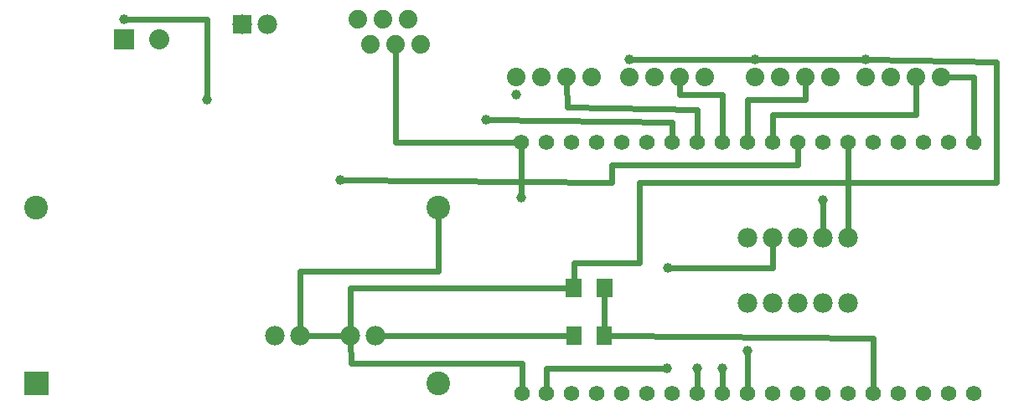
<source format=gbl>
G04 MADE WITH FRITZING*
G04 WWW.FRITZING.ORG*
G04 DOUBLE SIDED*
G04 HOLES PLATED*
G04 CONTOUR ON CENTER OF CONTOUR VECTOR*
%ASAXBY*%
%FSLAX23Y23*%
%MOIN*%
%OFA0B0*%
%SFA1.0B1.0*%
%ADD10C,0.062000*%
%ADD11C,0.039370*%
%ADD12C,0.094488*%
%ADD13C,0.078000*%
%ADD14C,0.080000*%
%ADD15C,0.074000*%
%ADD16C,0.073889*%
%ADD17R,0.062992X0.074803*%
%ADD18R,0.000189X0.000189*%
%ADD19R,0.080000X0.080000*%
%ADD20R,0.078000X0.078000*%
%ADD21C,0.024000*%
%ADD22R,0.001000X0.001000*%
%LNCOPPER0*%
G90*
G70*
G54D10*
X2335Y88D03*
X2435Y88D03*
X2535Y88D03*
X2635Y88D03*
X2735Y88D03*
X2835Y88D03*
X2935Y88D03*
X3035Y88D03*
X3135Y88D03*
X3235Y88D03*
X3335Y88D03*
X3435Y88D03*
X3535Y88D03*
X3635Y88D03*
X3735Y88D03*
X3835Y88D03*
X2036Y88D03*
X2135Y88D03*
X2235Y88D03*
X2335Y1088D03*
X2435Y1088D03*
X2535Y1088D03*
X2635Y1088D03*
X2735Y1088D03*
X2835Y1088D03*
X2935Y1088D03*
X3035Y1088D03*
X3135Y1088D03*
X3235Y1088D03*
X3335Y1088D03*
X3435Y1088D03*
X3535Y1088D03*
X3635Y1088D03*
X3735Y1088D03*
X3835Y1088D03*
X2035Y1088D03*
X2135Y1088D03*
X2235Y1088D03*
G54D11*
X1895Y1178D03*
X1315Y938D03*
X3235Y858D03*
X2035Y868D03*
X2835Y188D03*
X2935Y258D03*
X2735Y188D03*
X2615Y188D03*
X2616Y587D03*
G54D12*
X105Y128D03*
X105Y828D03*
X1705Y828D03*
X1705Y128D03*
X105Y128D03*
X105Y828D03*
X1705Y828D03*
X1705Y128D03*
G54D11*
X3405Y1418D03*
X2965Y1418D03*
X2465Y1418D03*
X2015Y1278D03*
X455Y1578D03*
X785Y1258D03*
G54D13*
X1055Y318D03*
X1155Y318D03*
X1355Y318D03*
X1455Y318D03*
G54D14*
X455Y1498D03*
X593Y1498D03*
G54D15*
X1635Y1478D03*
X1585Y1578D03*
X1535Y1478D03*
X1485Y1578D03*
X1435Y1478D03*
X1385Y1578D03*
G54D13*
X925Y1558D03*
X1025Y1558D03*
X3335Y708D03*
X3235Y708D03*
X3135Y708D03*
X3035Y708D03*
X2935Y708D03*
X3335Y708D03*
X3235Y708D03*
X3135Y708D03*
X3035Y708D03*
X2935Y708D03*
X3335Y448D03*
X3235Y448D03*
X3135Y448D03*
X3035Y448D03*
X2935Y448D03*
X3335Y448D03*
X3235Y448D03*
X3135Y448D03*
X3035Y448D03*
X2935Y448D03*
G54D16*
X3405Y1348D03*
X3505Y1348D03*
X3605Y1348D03*
X3705Y1348D03*
X2965Y1348D03*
X3065Y1348D03*
X3165Y1348D03*
X3265Y1348D03*
X2465Y1348D03*
X2565Y1348D03*
X2665Y1348D03*
X2765Y1348D03*
X2015Y1348D03*
X2115Y1348D03*
X2215Y1348D03*
X2315Y1348D03*
G54D17*
X2243Y318D03*
X2365Y318D03*
G54D18*
X1705Y80D03*
X1705Y80D03*
G54D19*
X455Y1498D03*
G54D20*
X925Y1558D03*
G54D21*
X3835Y1347D02*
X3728Y1347D01*
D02*
X3835Y1087D02*
X3835Y1347D01*
D02*
X3845Y1073D02*
X3835Y1087D01*
D02*
X3335Y928D02*
X3335Y1070D01*
D02*
X3335Y727D02*
X3335Y928D01*
D02*
X3035Y1198D02*
X3035Y1106D01*
D02*
X3605Y1198D02*
X3035Y1198D01*
D02*
X3605Y1325D02*
X3605Y1198D01*
D02*
X2935Y1258D02*
X2935Y1106D01*
D02*
X3165Y1258D02*
X2935Y1258D01*
D02*
X3165Y1325D02*
X3165Y1258D01*
D02*
X2835Y1278D02*
X2835Y1106D01*
D02*
X2665Y1278D02*
X2835Y1278D01*
D02*
X2665Y1325D02*
X2665Y1278D01*
D02*
X2734Y1218D02*
X2735Y1106D01*
D02*
X2216Y1228D02*
X2734Y1218D01*
D02*
X2215Y1325D02*
X2216Y1228D01*
D02*
X2635Y1168D02*
X1903Y1177D01*
D02*
X2635Y1106D02*
X2635Y1168D01*
D02*
X2395Y998D02*
X3134Y998D01*
D02*
X2395Y927D02*
X2395Y998D01*
D02*
X3134Y998D02*
X3135Y1070D01*
D02*
X1323Y938D02*
X2395Y927D01*
D02*
X3235Y727D02*
X3235Y850D01*
D02*
X2035Y875D02*
X2035Y1070D01*
D02*
X2036Y209D02*
X2036Y105D01*
D02*
X1356Y209D02*
X2036Y209D01*
D02*
X1355Y299D02*
X1356Y209D01*
D02*
X2135Y188D02*
X2135Y105D01*
D02*
X2607Y188D02*
X2135Y188D01*
D02*
X3035Y587D02*
X2623Y587D01*
D02*
X3035Y689D02*
X3035Y587D01*
D02*
X3435Y308D02*
X3435Y105D01*
D02*
X2735Y180D02*
X2735Y105D01*
D02*
X2835Y180D02*
X2835Y105D01*
D02*
X2935Y105D02*
X2935Y250D01*
D02*
X2244Y539D02*
X2245Y608D01*
D02*
X2391Y317D02*
X3435Y308D01*
D02*
X2365Y476D02*
X2365Y349D01*
D02*
X2217Y318D02*
X1474Y318D01*
D02*
X1355Y508D02*
X2217Y508D01*
D02*
X1355Y337D02*
X1355Y508D01*
D02*
X1705Y576D02*
X1705Y812D01*
D02*
X1155Y576D02*
X1705Y576D01*
D02*
X1155Y337D02*
X1155Y576D01*
D02*
X1174Y318D02*
X1336Y318D01*
D02*
X2973Y1418D02*
X3397Y1418D01*
D02*
X2473Y1418D02*
X2957Y1418D01*
D02*
X785Y1578D02*
X463Y1578D01*
D02*
X785Y1265D02*
X785Y1578D01*
D02*
X2504Y608D02*
X2245Y608D01*
D02*
X2504Y927D02*
X2504Y608D01*
D02*
X2504Y927D02*
X3335Y928D01*
D02*
X3925Y928D02*
X3925Y1407D01*
D02*
X3925Y1407D02*
X3413Y1417D01*
D02*
X3335Y928D02*
X3925Y928D01*
D02*
X1535Y1458D02*
X1535Y1088D01*
D02*
X1535Y1088D02*
X2018Y1088D01*
G36*
X2211Y470D02*
X2211Y545D01*
X2274Y545D01*
X2274Y470D01*
X2211Y470D01*
G37*
D02*
G36*
X2333Y470D02*
X2333Y545D01*
X2396Y545D01*
X2396Y470D01*
X2333Y470D01*
G37*
D02*
G54D22*
X59Y175D02*
X152Y175D01*
X59Y174D02*
X152Y174D01*
X59Y173D02*
X152Y173D01*
X59Y172D02*
X152Y172D01*
X59Y171D02*
X152Y171D01*
X59Y170D02*
X152Y170D01*
X59Y169D02*
X152Y169D01*
X59Y168D02*
X152Y168D01*
X59Y167D02*
X152Y167D01*
X59Y166D02*
X152Y166D01*
X59Y165D02*
X152Y165D01*
X59Y164D02*
X152Y164D01*
X59Y163D02*
X152Y163D01*
X59Y162D02*
X152Y162D01*
X59Y161D02*
X152Y161D01*
X59Y160D02*
X152Y160D01*
X59Y159D02*
X152Y159D01*
X59Y158D02*
X152Y158D01*
X59Y157D02*
X152Y157D01*
X59Y156D02*
X152Y156D01*
X59Y155D02*
X152Y155D01*
X59Y154D02*
X152Y154D01*
X59Y153D02*
X152Y153D01*
X59Y152D02*
X152Y152D01*
X59Y151D02*
X152Y151D01*
X59Y150D02*
X152Y150D01*
X59Y149D02*
X152Y149D01*
X59Y148D02*
X152Y148D01*
X59Y147D02*
X100Y147D01*
X111Y147D02*
X152Y147D01*
X59Y146D02*
X97Y146D01*
X114Y146D02*
X152Y146D01*
X59Y145D02*
X95Y145D01*
X116Y145D02*
X152Y145D01*
X59Y144D02*
X93Y144D01*
X117Y144D02*
X152Y144D01*
X59Y143D02*
X92Y143D01*
X119Y143D02*
X152Y143D01*
X59Y142D02*
X91Y142D01*
X120Y142D02*
X152Y142D01*
X59Y141D02*
X90Y141D01*
X121Y141D02*
X152Y141D01*
X59Y140D02*
X89Y140D01*
X121Y140D02*
X152Y140D01*
X59Y139D02*
X89Y139D01*
X122Y139D02*
X152Y139D01*
X59Y138D02*
X88Y138D01*
X123Y138D02*
X152Y138D01*
X59Y137D02*
X87Y137D01*
X123Y137D02*
X152Y137D01*
X59Y136D02*
X87Y136D01*
X124Y136D02*
X152Y136D01*
X59Y135D02*
X87Y135D01*
X124Y135D02*
X152Y135D01*
X59Y134D02*
X86Y134D01*
X125Y134D02*
X152Y134D01*
X59Y133D02*
X86Y133D01*
X125Y133D02*
X152Y133D01*
X59Y132D02*
X86Y132D01*
X125Y132D02*
X152Y132D01*
X59Y131D02*
X86Y131D01*
X125Y131D02*
X152Y131D01*
X59Y130D02*
X85Y130D01*
X125Y130D02*
X152Y130D01*
X59Y129D02*
X85Y129D01*
X126Y129D02*
X152Y129D01*
X59Y128D02*
X85Y128D01*
X126Y128D02*
X152Y128D01*
X59Y127D02*
X85Y127D01*
X125Y127D02*
X152Y127D01*
X59Y126D02*
X85Y126D01*
X125Y126D02*
X152Y126D01*
X59Y125D02*
X86Y125D01*
X125Y125D02*
X152Y125D01*
X59Y124D02*
X86Y124D01*
X125Y124D02*
X152Y124D01*
X59Y123D02*
X86Y123D01*
X125Y123D02*
X152Y123D01*
X59Y122D02*
X86Y122D01*
X125Y122D02*
X152Y122D01*
X59Y121D02*
X87Y121D01*
X124Y121D02*
X152Y121D01*
X59Y120D02*
X87Y120D01*
X124Y120D02*
X152Y120D01*
X59Y119D02*
X88Y119D01*
X123Y119D02*
X152Y119D01*
X59Y118D02*
X88Y118D01*
X123Y118D02*
X152Y118D01*
X59Y117D02*
X89Y117D01*
X122Y117D02*
X152Y117D01*
X59Y116D02*
X89Y116D01*
X121Y116D02*
X152Y116D01*
X59Y115D02*
X90Y115D01*
X121Y115D02*
X152Y115D01*
X59Y114D02*
X91Y114D01*
X120Y114D02*
X152Y114D01*
X59Y113D02*
X92Y113D01*
X118Y113D02*
X152Y113D01*
X59Y112D02*
X94Y112D01*
X117Y112D02*
X152Y112D01*
X59Y111D02*
X95Y111D01*
X116Y111D02*
X152Y111D01*
X59Y110D02*
X97Y110D01*
X114Y110D02*
X152Y110D01*
X59Y109D02*
X100Y109D01*
X111Y109D02*
X152Y109D01*
X59Y108D02*
X152Y108D01*
X59Y107D02*
X152Y107D01*
X59Y106D02*
X152Y106D01*
X59Y105D02*
X152Y105D01*
X59Y104D02*
X152Y104D01*
X59Y103D02*
X152Y103D01*
X59Y102D02*
X152Y102D01*
X59Y101D02*
X152Y101D01*
X59Y100D02*
X152Y100D01*
X59Y99D02*
X152Y99D01*
X59Y98D02*
X152Y98D01*
X59Y97D02*
X152Y97D01*
X59Y96D02*
X152Y96D01*
X59Y95D02*
X152Y95D01*
X59Y94D02*
X152Y94D01*
X59Y93D02*
X152Y93D01*
X59Y92D02*
X152Y92D01*
X59Y91D02*
X152Y91D01*
X59Y90D02*
X152Y90D01*
X59Y89D02*
X152Y89D01*
X59Y88D02*
X152Y88D01*
X59Y87D02*
X152Y87D01*
X59Y86D02*
X152Y86D01*
X59Y85D02*
X152Y85D01*
X59Y84D02*
X152Y84D01*
X59Y83D02*
X152Y83D01*
X59Y82D02*
X152Y82D01*
X59Y81D02*
X152Y81D01*
D02*
G04 End of Copper0*
M02*
</source>
